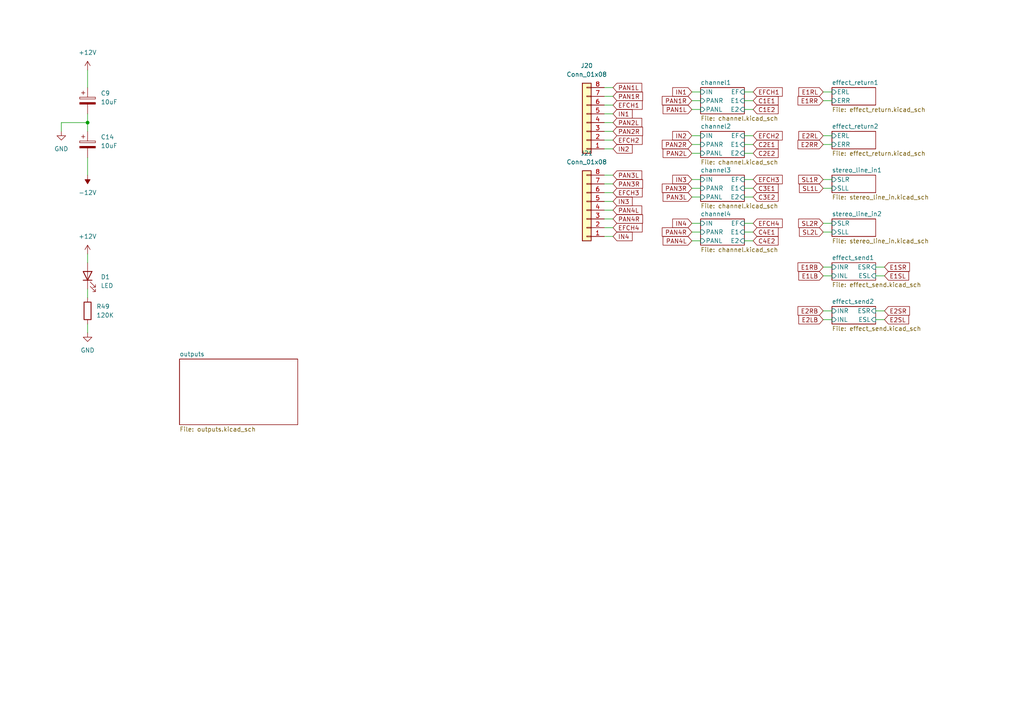
<source format=kicad_sch>
(kicad_sch (version 20230121) (generator eeschema)
  (paper "A4")
  (lib_symbols
    (symbol "Connector_Generic:Conn_01x08" (pin_names (offset 1.016) hide)
      (property "Reference" "J" (at 0 10.16 0))
      (property "Value" "Conn_01x08" (at 0 -12.7 0))
      (symbol "Conn_01x08_1_1"
        (rectangle (start -1.27 -10.033) (end 0 -10.287) (stroke (width 0.1524)))
        (rectangle (start -1.27 -7.493) (end 0 -7.747) (stroke (width 0.1524)))
        (rectangle (start -1.27 -4.953) (end 0 -5.207) (stroke (width 0.1524)))
        (rectangle (start -1.27 -2.413) (end 0 -2.667) (stroke (width 0.1524)))
        (rectangle (start -1.27 0.127) (end 0 -0.127) (stroke (width 0.1524)))
        (rectangle (start -1.27 2.667) (end 0 2.413) (stroke (width 0.1524)))
        (rectangle (start -1.27 5.207) (end 0 4.953) (stroke (width 0.1524)))
        (rectangle (start -1.27 7.747) (end 0 7.493) (stroke (width 0.1524)))
        (rectangle (start -1.27 8.89) (end 1.27 -11.43) (stroke (width 0.254)) (fill (type background)))
        (pin passive line (at -5.08 7.62 0) (length 3.81) (name "Pin_1") (number "1"))
        (pin passive line (at -5.08 5.08 0) (length 3.81) (name "Pin_2") (number "2"))
        (pin passive line (at -5.08 2.54 0) (length 3.81) (name "Pin_3") (number "3"))
        (pin passive line (at -5.08 0 0) (length 3.81) (name "Pin_4") (number "4"))
        (pin passive line (at -5.08 -2.54 0) (length 3.81) (name "Pin_5") (number "5"))
        (pin passive line (at -5.08 -5.08 0) (length 3.81) (name "Pin_6") (number "6"))
        (pin passive line (at -5.08 -7.62 0) (length 3.81) (name "Pin_7") (number "7"))
        (pin passive line (at -5.08 -10.16 0) (length 3.81) (name "Pin_8") (number "8"))
      )
    )
    (symbol "Device:C_Polarized" (pin_numbers hide) (pin_names (offset 0.254))
      (property "Reference" "C" (at 0.635 2.54 0))
      (property "Value" "C_Polarized" (at 0.635 -2.54 0))
      (symbol "C_Polarized_0_1"
        (rectangle (start -2.286 0.508) (end 2.286 1.016))
        (polyline (pts (xy -1.778 2.286) (xy -0.762 2.286)))
        (polyline (pts (xy -1.27 2.794) (xy -1.27 1.778)))
        (rectangle (start 2.286 -0.508) (end -2.286 -1.016) (fill (type outline)))
      )
      (symbol "C_Polarized_1_1"
        (pin passive line (at 0 3.81 270) (length 2.794) (name "~") (number "1"))
        (pin passive line (at 0 -3.81 90) (length 2.794) (name "~") (number "2"))
      )
    )
    (symbol "Device:LED" (pin_numbers hide) (pin_names (offset 1.016) hide)
      (property "Reference" "D" (at 0 2.54 0))
      (property "Value" "LED" (at 0 -2.54 0))
      (symbol "LED_0_1"
        (polyline (pts (xy -1.27 -1.27) (xy -1.27 1.27)) (stroke (width 0.254)))
        (polyline (pts (xy -1.27 0) (xy 1.27 0)))
        (polyline (pts (xy 1.27 -1.27) (xy 1.27 1.27) (xy -1.27 0) (xy 1.27 -1.27)) (stroke (width 0.254)))
        (polyline (pts (xy -3.048 -0.762) (xy -4.572 -2.286) (xy -3.81 -2.286) (xy -4.572 -2.286) (xy -4.572 -1.524)))
        (polyline (pts (xy -1.778 -0.762) (xy -3.302 -2.286) (xy -2.54 -2.286) (xy -3.302 -2.286) (xy -3.302 -1.524)))
      )
      (symbol "LED_1_1"
        (pin passive line (at -3.81 0 0) (length 2.54) (name "K") (number "1"))
        (pin passive line (at 3.81 0 180) (length 2.54) (name "A") (number "2"))
      )
    )
    (symbol "Device:R" (pin_numbers hide) (pin_names (offset 0))
      (property "Reference" "R" (at 2.032 0 90))
      (property "Value" "R" (at 0 0 90))
      (symbol "R_0_1"
        (rectangle (start -1.016 -2.54) (end 1.016 2.54) (stroke (width 0.254)))
      )
      (symbol "R_1_1"
        (pin passive line (at 0 3.81 270) (length 1.27) (name "~") (number "1"))
        (pin passive line (at 0 -3.81 90) (length 1.27) (name "~") (number "2"))
      )
    )
    (symbol "power:+12V" (power) (pin_names (offset 0))
      (property "Value" "+12V" (at 0 3.556 0))
      (symbol "+12V_0_1"
        (polyline (pts (xy -0.762 1.27) (xy 0 2.54)))
        (polyline (pts (xy 0 0) (xy 0 2.54)))
        (polyline (pts (xy 0 2.54) (xy 0.762 1.27)))
      )
      (symbol "+12V_1_1"
        (pin power_in line (at 0 0 90) (length 0) hide (name "+12V") (number "1"))
      )
    )
    (symbol "power:-12V" (power) (pin_names (offset 0))
      (property "Value" "-12V" (at 0 3.81 0))
      (symbol "-12V_0_0"
        (pin power_in line (at 0 0 90) (length 0) hide (name "-12V") (number "1"))
      )
      (symbol "-12V_0_1"
        (polyline (pts (xy 0 0) (xy 0 1.27) (xy 0.762 1.27) (xy 0 2.54) (xy -0.762 1.27) (xy 0 1.27)) (fill (type outline)))
      )
    )
    (symbol "power:GND" (power) (pin_names (offset 0))
      (property "Value" "GND" (at 0 -3.81 0))
      (symbol "GND_0_1"
        (polyline (pts (xy 0 0) (xy 0 -1.27) (xy 1.27 -1.27) (xy 0 -2.54) (xy -1.27 -1.27) (xy 0 -1.27)))
      )
      (symbol "GND_1_1"
        (pin power_in line (at 0 0 270) (length 0) hide (name "GND") (number "1"))
      )
    )
  )
  (junction (at 25.4 35.56))
  (wire (pts (xy 200.66 31.75) (xy 203.2 31.75)))
  (wire (pts (xy 200.66 69.85) (xy 203.2 69.85)))
  (wire (pts (xy 25.4 83.82) (xy 25.4 86.36)))
  (wire (pts (xy 200.66 26.67) (xy 203.2 26.67)))
  (wire (pts (xy 200.66 54.61) (xy 203.2 54.61)))
  (wire (pts (xy 238.76 64.77) (xy 241.3 64.77)))
  (wire (pts (xy 175.26 58.42) (xy 177.8 58.42)))
  (wire (pts (xy 25.4 20.32) (xy 25.4 25.4)))
  (wire (pts (xy 17.78 38.1) (xy 17.78 35.56)))
  (wire (pts (xy 238.76 67.31) (xy 241.3 67.31)))
  (wire (pts (xy 175.26 33.02) (xy 177.8 33.02)))
  (wire (pts (xy 175.26 40.64) (xy 177.8 40.64)))
  (wire (pts (xy 175.26 38.1) (xy 177.8 38.1)))
  (wire (pts (xy 238.76 54.61) (xy 241.3 54.61)))
  (wire (pts (xy 215.9 64.77) (xy 218.44 64.77)))
  (wire (pts (xy 215.9 67.31) (xy 218.44 67.31)))
  (wire (pts (xy 200.66 44.45) (xy 203.2 44.45)))
  (wire (pts (xy 200.66 57.15) (xy 203.2 57.15)))
  (wire (pts (xy 25.4 33.02) (xy 25.4 35.56)))
  (wire (pts (xy 25.4 45.72) (xy 25.4 50.8)))
  (wire (pts (xy 175.26 60.96) (xy 177.8 60.96)))
  (wire (pts (xy 175.26 63.5) (xy 177.8 63.5)))
  (wire (pts (xy 215.9 44.45) (xy 218.44 44.45)))
  (wire (pts (xy 175.26 27.94) (xy 177.8 27.94)))
  (wire (pts (xy 238.76 26.67) (xy 241.3 26.67)))
  (wire (pts (xy 238.76 80.01) (xy 241.3 80.01)))
  (wire (pts (xy 238.76 77.47) (xy 241.3 77.47)))
  (wire (pts (xy 215.9 31.75) (xy 218.44 31.75)))
  (wire (pts (xy 215.9 57.15) (xy 218.44 57.15)))
  (wire (pts (xy 215.9 26.67) (xy 218.44 26.67)))
  (wire (pts (xy 254 92.71) (xy 256.54 92.71)))
  (wire (pts (xy 254 77.47) (xy 256.54 77.47)))
  (wire (pts (xy 175.26 50.8) (xy 177.8 50.8)))
  (wire (pts (xy 238.76 29.21) (xy 241.3 29.21)))
  (wire (pts (xy 200.66 41.91) (xy 203.2 41.91)))
  (wire (pts (xy 200.66 64.77) (xy 203.2 64.77)))
  (wire (pts (xy 254 90.17) (xy 256.54 90.17)))
  (wire (pts (xy 175.26 53.34) (xy 177.8 53.34)))
  (wire (pts (xy 254 80.01) (xy 256.54 80.01)))
  (wire (pts (xy 175.26 43.18) (xy 177.8 43.18)))
  (wire (pts (xy 25.4 35.56) (xy 25.4 38.1)))
  (wire (pts (xy 215.9 54.61) (xy 218.44 54.61)))
  (wire (pts (xy 238.76 92.71) (xy 241.3 92.71)))
  (wire (pts (xy 215.9 41.91) (xy 218.44 41.91)))
  (wire (pts (xy 25.4 73.66) (xy 25.4 76.2)))
  (wire (pts (xy 175.26 68.58) (xy 177.8 68.58)))
  (wire (pts (xy 175.26 30.48) (xy 177.8 30.48)))
  (wire (pts (xy 25.4 93.98) (xy 25.4 96.52)))
  (wire (pts (xy 175.26 55.88) (xy 177.8 55.88)))
  (wire (pts (xy 215.9 69.85) (xy 218.44 69.85)))
  (wire (pts (xy 17.78 35.56) (xy 25.4 35.56)))
  (wire (pts (xy 200.66 52.07) (xy 203.2 52.07)))
  (wire (pts (xy 200.66 67.31) (xy 203.2 67.31)))
  (wire (pts (xy 238.76 41.91) (xy 241.3 41.91)))
  (wire (pts (xy 175.26 35.56) (xy 177.8 35.56)))
  (wire (pts (xy 238.76 90.17) (xy 241.3 90.17)))
  (wire (pts (xy 215.9 52.07) (xy 218.44 52.07)))
  (wire (pts (xy 238.76 52.07) (xy 241.3 52.07)))
  (wire (pts (xy 215.9 39.37) (xy 218.44 39.37)))
  (wire (pts (xy 238.76 39.37) (xy 241.3 39.37)))
  (wire (pts (xy 175.26 25.4) (xy 177.8 25.4)))
  (wire (pts (xy 200.66 29.21) (xy 203.2 29.21)))
  (wire (pts (xy 215.9 29.21) (xy 218.44 29.21)))
  (wire (pts (xy 175.26 66.04) (xy 177.8 66.04)))
  (wire (pts (xy 200.66 39.37) (xy 203.2 39.37)))
  (global_label "C4E2" (shape input) (at 218.44 69.85 0) (property "Intersheetrefs" "${INTERSHEET_REFS}" (effects hide)))
  (global_label "PAN3L" (shape input) (at 200.66 57.15 180) (property "Intersheetrefs" "${INTERSHEET_REFS}" (effects hide)))
  (global_label "PAN4L" (shape input) (at 200.66 69.85 180) (property "Intersheetrefs" "${INTERSHEET_REFS}" (effects hide)))
  (global_label "PAN2L" (shape input) (at 177.8 35.56 0) (property "Intersheetrefs" "${INTERSHEET_REFS}" (effects hide)))
  (global_label "E1RR" (shape input) (at 238.76 29.21 180) (property "Intersheetrefs" "${INTERSHEET_REFS}" (effects hide)))
  (global_label "EFCH3" (shape input) (at 218.44 52.07 0) (property "Intersheetrefs" "${INTERSHEET_REFS}" (effects hide)))
  (global_label "EFCH1" (shape input) (at 218.44 26.67 0) (property "Intersheetrefs" "${INTERSHEET_REFS}" (effects hide)))
  (global_label "IN2" (shape input) (at 200.66 39.37 180) (property "Intersheetrefs" "${INTERSHEET_REFS}" (effects hide)))
  (global_label "E2SR" (shape input) (at 256.54 90.17 0) (property "Intersheetrefs" "${INTERSHEET_REFS}" (effects hide)))
  (global_label "E2LB" (shape input) (at 238.76 92.71 180) (property "Intersheetrefs" "${INTERSHEET_REFS}" (effects hide)))
  (global_label "EFCH4" (shape input) (at 218.44 64.77 0) (property "Intersheetrefs" "${INTERSHEET_REFS}" (effects hide)))
  (global_label "IN4" (shape input) (at 200.66 64.77 180) (property "Intersheetrefs" "${INTERSHEET_REFS}" (effects hide)))
  (global_label "E2RL" (shape input) (at 238.76 39.37 180) (property "Intersheetrefs" "${INTERSHEET_REFS}" (effects hide)))
  (global_label "SL2R" (shape input) (at 238.76 64.77 180) (property "Intersheetrefs" "${INTERSHEET_REFS}" (effects hide)))
  (global_label "EFCH4" (shape input) (at 177.8 66.04 0) (property "Intersheetrefs" "${INTERSHEET_REFS}" (effects hide)))
  (global_label "C4E1" (shape input) (at 218.44 67.31 0) (property "Intersheetrefs" "${INTERSHEET_REFS}" (effects hide)))
  (global_label "E1LB" (shape input) (at 238.76 80.01 180) (property "Intersheetrefs" "${INTERSHEET_REFS}" (effects hide)))
  (global_label "PAN2R" (shape input) (at 177.8 38.1 0) (property "Intersheetrefs" "${INTERSHEET_REFS}" (effects hide)))
  (global_label "E1SL" (shape input) (at 256.54 80.01 0) (property "Intersheetrefs" "${INTERSHEET_REFS}" (effects hide)))
  (global_label "C1E1" (shape input) (at 218.44 29.21 0) (property "Intersheetrefs" "${INTERSHEET_REFS}" (effects hide)))
  (global_label "IN3" (shape input) (at 200.66 52.07 180) (property "Intersheetrefs" "${INTERSHEET_REFS}" (effects hide)))
  (global_label "SL1R" (shape input) (at 238.76 52.07 180) (property "Intersheetrefs" "${INTERSHEET_REFS}" (effects hide)))
  (global_label "C2E1" (shape input) (at 218.44 41.91 0) (property "Intersheetrefs" "${INTERSHEET_REFS}" (effects hide)))
  (global_label "PAN1L" (shape input) (at 177.8 25.4 0) (property "Intersheetrefs" "${INTERSHEET_REFS}" (effects hide)))
  (global_label "IN2" (shape input) (at 177.8 43.18 0) (property "Intersheetrefs" "${INTERSHEET_REFS}" (effects hide)))
  (global_label "PAN4R" (shape input) (at 200.66 67.31 180) (property "Intersheetrefs" "${INTERSHEET_REFS}" (effects hide)))
  (global_label "IN1" (shape input) (at 177.8 33.02 0) (property "Intersheetrefs" "${INTERSHEET_REFS}" (effects hide)))
  (global_label "C1E2" (shape input) (at 218.44 31.75 0) (property "Intersheetrefs" "${INTERSHEET_REFS}" (effects hide)))
  (global_label "SL2L" (shape input) (at 238.76 67.31 180) (property "Intersheetrefs" "${INTERSHEET_REFS}" (effects hide)))
  (global_label "EFCH1" (shape input) (at 177.8 30.48 0) (property "Intersheetrefs" "${INTERSHEET_REFS}" (effects hide)))
  (global_label "C3E1" (shape input) (at 218.44 54.61 0) (property "Intersheetrefs" "${INTERSHEET_REFS}" (effects hide)))
  (global_label "C2E2" (shape input) (at 218.44 44.45 0) (property "Intersheetrefs" "${INTERSHEET_REFS}" (effects hide)))
  (global_label "PAN3L" (shape input) (at 177.8 50.8 0) (property "Intersheetrefs" "${INTERSHEET_REFS}" (effects hide)))
  (global_label "EFCH2" (shape input) (at 177.8 40.64 0) (property "Intersheetrefs" "${INTERSHEET_REFS}" (effects hide)))
  (global_label "IN4" (shape input) (at 177.8 68.58 0) (property "Intersheetrefs" "${INTERSHEET_REFS}" (effects hide)))
  (global_label "PAN2R" (shape input) (at 200.66 41.91 180) (property "Intersheetrefs" "${INTERSHEET_REFS}" (effects hide)))
  (global_label "E1RB" (shape input) (at 238.76 77.47 180) (property "Intersheetrefs" "${INTERSHEET_REFS}" (effects hide)))
  (global_label "PAN1R" (shape input) (at 177.8 27.94 0) (property "Intersheetrefs" "${INTERSHEET_REFS}" (effects hide)))
  (global_label "PAN1L" (shape input) (at 200.66 31.75 180) (property "Intersheetrefs" "${INTERSHEET_REFS}" (effects hide)))
  (global_label "PAN2L" (shape input) (at 200.66 44.45 180) (property "Intersheetrefs" "${INTERSHEET_REFS}" (effects hide)))
  (global_label "E1RL" (shape input) (at 238.76 26.67 180) (property "Intersheetrefs" "${INTERSHEET_REFS}" (effects hide)))
  (global_label "E2RR" (shape input) (at 238.76 41.91 180) (property "Intersheetrefs" "${INTERSHEET_REFS}" (effects hide)))
  (global_label "E2RB" (shape input) (at 238.76 90.17 180) (property "Intersheetrefs" "${INTERSHEET_REFS}" (effects hide)))
  (global_label "PAN4R" (shape input) (at 177.8 63.5 0) (property "Intersheetrefs" "${INTERSHEET_REFS}" (effects hide)))
  (global_label "E1SR" (shape input) (at 256.54 77.47 0) (property "Intersheetrefs" "${INTERSHEET_REFS}" (effects hide)))
  (global_label "C3E2" (shape input) (at 218.44 57.15 0) (property "Intersheetrefs" "${INTERSHEET_REFS}" (effects hide)))
  (global_label "PAN3R" (shape input) (at 177.8 53.34 0) (property "Intersheetrefs" "${INTERSHEET_REFS}" (effects hide)))
  (global_label "PAN4L" (shape input) (at 177.8 60.96 0) (property "Intersheetrefs" "${INTERSHEET_REFS}" (effects hide)))
  (global_label "SL1L" (shape input) (at 238.76 54.61 180) (property "Intersheetrefs" "${INTERSHEET_REFS}" (effects hide)))
  (global_label "EFCH2" (shape input) (at 218.44 39.37 0) (property "Intersheetrefs" "${INTERSHEET_REFS}" (effects hide)))
  (global_label "IN1" (shape input) (at 200.66 26.67 180) (property "Intersheetrefs" "${INTERSHEET_REFS}" (effects hide)))
  (global_label "PAN3R" (shape input) (at 200.66 54.61 180) (property "Intersheetrefs" "${INTERSHEET_REFS}" (effects hide)))
  (global_label "IN3" (shape input) (at 177.8 58.42 0) (property "Intersheetrefs" "${INTERSHEET_REFS}" (effects hide)))
  (global_label "PAN1R" (shape input) (at 200.66 29.21 180) (property "Intersheetrefs" "${INTERSHEET_REFS}" (effects hide)))
  (global_label "EFCH3" (shape input) (at 177.8 55.88 0) (property "Intersheetrefs" "${INTERSHEET_REFS}" (effects hide)))
  (global_label "E2SL" (shape input) (at 256.54 92.71 0) (property "Intersheetrefs" "${INTERSHEET_REFS}" (effects hide)))
  (symbol (lib_id "power:+12V") (at 25.4 73.66 0) (unit 1)
    (property "Reference" "#PWR049" (effects hide))
    (property "Value" "+12V" (at 25.4 68.58 0))
  )
  (symbol (lib_id "Device:C_Polarized") (at 25.4 29.21 0) (unit 1)
    (property "Reference" "C9" (at 29.21 27.051 0) (effects (justify left)))
    (property "Value" "10uF" (at 29.21 29.591 0) (effects (justify left)))
    (property "Footprint" "Capacitor_THT:CP_Radial_D6.3mm_P2.50mm" (effects hide))
  )
  (symbol (lib_id "Device:C_Polarized") (at 25.4 41.91 0) (unit 1)
    (property "Reference" "C14" (at 29.21 39.751 0) (effects (justify left)))
    (property "Value" "10uF" (at 29.21 42.291 0) (effects (justify left)))
    (property "Footprint" "Capacitor_THT:CP_Radial_D6.3mm_P2.50mm" (effects hide))
  )
  (symbol (lib_id "power:GND") (at 25.4 96.52 0) (unit 1)
    (property "Reference" "#PWR048" (effects hide))
    (property "Value" "GND" (at 25.4 101.6 0))
  )
  (symbol (lib_id "power:-12V") (at 25.4 50.8 180) (unit 1)
    (property "Reference" "#PWR045" (effects hide))
    (property "Value" "-12V" (at 25.4 55.88 0))
  )
  (symbol (lib_id "Device:R") (at 25.4 90.17 180) (unit 1)
    (property "Reference" "R49" (at 27.94 88.9 0) (effects (justify right)))
    (property "Value" "120K" (at 27.94 91.44 0) (effects (justify right)))
    (property "Footprint" "Library:R_Axial_DIN0207_L6.3mm_D2.5mm_P7.62mm_Horizontal" (effects hide))
  )
  (symbol (lib_id "Connector_Generic:Conn_01x08") (at 170.18 60.96 180) (unit 1)
    (property "Reference" "J21" (at 170.18 44.45 0))
    (property "Value" "Conn_01x08" (at 170.18 46.99 0))
    (property "Footprint" "Connector_PinHeader_2.54mm:PinHeader_1x08_P2.54mm_Vertical" (effects hide))
  )
  (symbol (lib_id "Connector_Generic:Conn_01x08") (at 170.18 35.56 180) (unit 1)
    (property "Reference" "J20" (at 170.18 19.05 0))
    (property "Value" "Conn_01x08" (at 170.18 21.59 0))
    (property "Footprint" "Connector_PinHeader_2.54mm:PinHeader_1x08_P2.54mm_Vertical" (effects hide))
  )
  (symbol (lib_id "power:+12V") (at 25.4 20.32 0) (unit 1)
    (property "Reference" "#PWR046" (effects hide))
    (property "Value" "+12V" (at 25.4 15.24 0))
  )
  (symbol (lib_id "power:GND") (at 17.78 38.1 0) (unit 1)
    (property "Reference" "#PWR047" (effects hide))
    (property "Value" "GND" (at 17.78 43.18 0))
  )
  (symbol (lib_id "Device:LED") (at 25.4 80.01 90) (unit 1) (on_board no)
    (property "Reference" "D1" (at 29.21 80.3275 90) (effects (justify right)))
    (property "Value" "LED" (at 29.21 82.8675 90) (effects (justify right)))
    (property "Footprint" "LED_THT:LED_D3.0mm" (effects hide))
  )
  (sheet (at 52.07 104.14) (size 34.29 19.05) (stroke (width 0.1524))
    (property "Sheetname" "outputs" (at 52.07 103.4284 0) (effects (justify left bottom)))
    (property "Sheetfile" "outputs.kicad_sch" (at 52.07 123.7746 0) (effects (justify left top)))
  )
  (sheet (at 241.3 38.1) (size 12.7 5.08) (stroke (width 0.1524))
    (property "Sheetname" "effect_return2" (at 241.3 37.3884 0) (effects (justify left bottom)))
    (property "Sheetfile" "effect_return.kicad_sch" (at 241.3 43.7646 0) (effects (justify left top)))
    (pin "ERL" input (at 241.3 39.37 180))
    (pin "ERR" input (at 241.3 41.91 180))
  )
  (sheet (at 203.2 25.4) (size 12.7 7.62) (stroke (width 0.1524))
    (property "Sheetname" "channel1" (at 203.2 24.6884 0) (effects (justify left bottom)))
    (property "Sheetfile" "channel.kicad_sch" (at 203.2 33.6046 0) (effects (justify left top)))
    (pin "IN" input (at 203.2 26.67 180))
    (pin "E1" input (at 215.9 29.21 0))
    (pin "E2" input (at 215.9 31.75 0))
    (pin "EF" input (at 215.9 26.67 0))
    (pin "PANR" input (at 203.2 29.21 180))
    (pin "PANL" input (at 203.2 31.75 180))
  )
  (sheet (at 241.3 88.9) (size 12.7 5.08) (stroke (width 0.1524))
    (property "Sheetname" "effect_send2" (at 241.3 88.1884 0) (effects (justify left bottom)))
    (property "Sheetfile" "effect_send.kicad_sch" (at 241.3 94.5646 0) (effects (justify left top)))
    (pin "INL" input (at 241.3 92.71 180))
    (pin "ESL" input (at 254 92.71 0))
    (pin "INR" input (at 241.3 90.17 180))
    (pin "ESR" input (at 254 90.17 0))
  )
  (sheet (at 241.3 76.2) (size 12.7 5.08) (stroke (width 0.1524))
    (property "Sheetname" "effect_send1" (at 241.3 75.4884 0) (effects (justify left bottom)))
    (property "Sheetfile" "effect_send.kicad_sch" (at 241.3 81.8646 0) (effects (justify left top)))
    (pin "INL" input (at 241.3 80.01 180))
    (pin "ESL" input (at 254 80.01 0))
    (pin "INR" input (at 241.3 77.47 180))
    (pin "ESR" input (at 254 77.47 0))
  )
  (sheet (at 203.2 50.8) (size 12.7 7.62) (stroke (width 0.1524))
    (property "Sheetname" "channel3" (at 203.2 50.0884 0) (effects (justify left bottom)))
    (property "Sheetfile" "channel.kicad_sch" (at 203.2 59.0046 0) (effects (justify left top)))
    (pin "IN" input (at 203.2 52.07 180))
    (pin "E1" input (at 215.9 54.61 0))
    (pin "E2" input (at 215.9 57.15 0))
    (pin "EF" input (at 215.9 52.07 0))
    (pin "PANR" input (at 203.2 54.61 180))
    (pin "PANL" input (at 203.2 57.15 180))
  )
  (sheet (at 241.3 63.5) (size 12.7 5.08) (stroke (width 0.1524))
    (property "Sheetname" "stereo_line_in2" (at 241.3 62.7884 0) (effects (justify left bottom)))
    (property "Sheetfile" "stereo_line_in.kicad_sch" (at 241.3 69.1646 0) (effects (justify left top)))
    (pin "SLR" input (at 241.3 64.77 180))
    (pin "SLL" input (at 241.3 67.31 180))
  )
  (sheet (at 241.3 50.8) (size 12.7 5.08) (stroke (width 0.1524))
    (property "Sheetname" "stereo_line_in1" (at 241.3 50.0884 0) (effects (justify left bottom)))
    (property "Sheetfile" "stereo_line_in.kicad_sch" (at 241.3 56.4646 0) (effects (justify left top)))
    (pin "SLR" input (at 241.3 52.07 180))
    (pin "SLL" input (at 241.3 54.61 180))
  )
  (sheet (at 241.3 25.4) (size 12.7 5.08) (stroke (width 0.1524))
    (property "Sheetname" "effect_return1" (at 241.3 24.6884 0) (effects (justify left bottom)))
    (property "Sheetfile" "effect_return.kicad_sch" (at 241.3 31.0646 0) (effects (justify left top)))
    (pin "ERL" input (at 241.3 26.67 180))
    (pin "ERR" input (at 241.3 29.21 180))
  )
  (sheet (at 203.2 63.5) (size 12.7 7.62) (stroke (width 0.1524))
    (property "Sheetname" "channel4" (at 203.2 62.7884 0) (effects (justify left bottom)))
    (property "Sheetfile" "channel.kicad_sch" (at 203.2 71.7046 0) (effects (justify left top)))
    (pin "IN" input (at 203.2 64.77 180))
    (pin "E1" input (at 215.9 67.31 0))
    (pin "E2" input (at 215.9 69.85 0))
    (pin "PANR" input (at 203.2 67.31 180))
    (pin "PANL" input (at 203.2 69.85 180))
    (pin "EF" input (at 215.9 64.77 0))
  )
  (sheet (at 203.2 38.1) (size 12.7 7.62) (stroke (width 0.1524))
    (property "Sheetname" "channel2" (at 203.2 37.3884 0) (effects (justify left bottom)))
    (property "Sheetfile" "channel.kicad_sch" (at 203.2 46.3046 0) (effects (justify left top)))
    (pin "IN" input (at 203.2 39.37 180))
    (pin "E1" input (at 215.9 41.91 0))
    (pin "E2" input (at 215.9 44.45 0))
    (pin "EF" input (at 215.9 39.37 0))
    (pin "PANR" input (at 203.2 41.91 180))
    (pin "PANL" input (at 203.2 44.45 180))
  )
)
</source>
